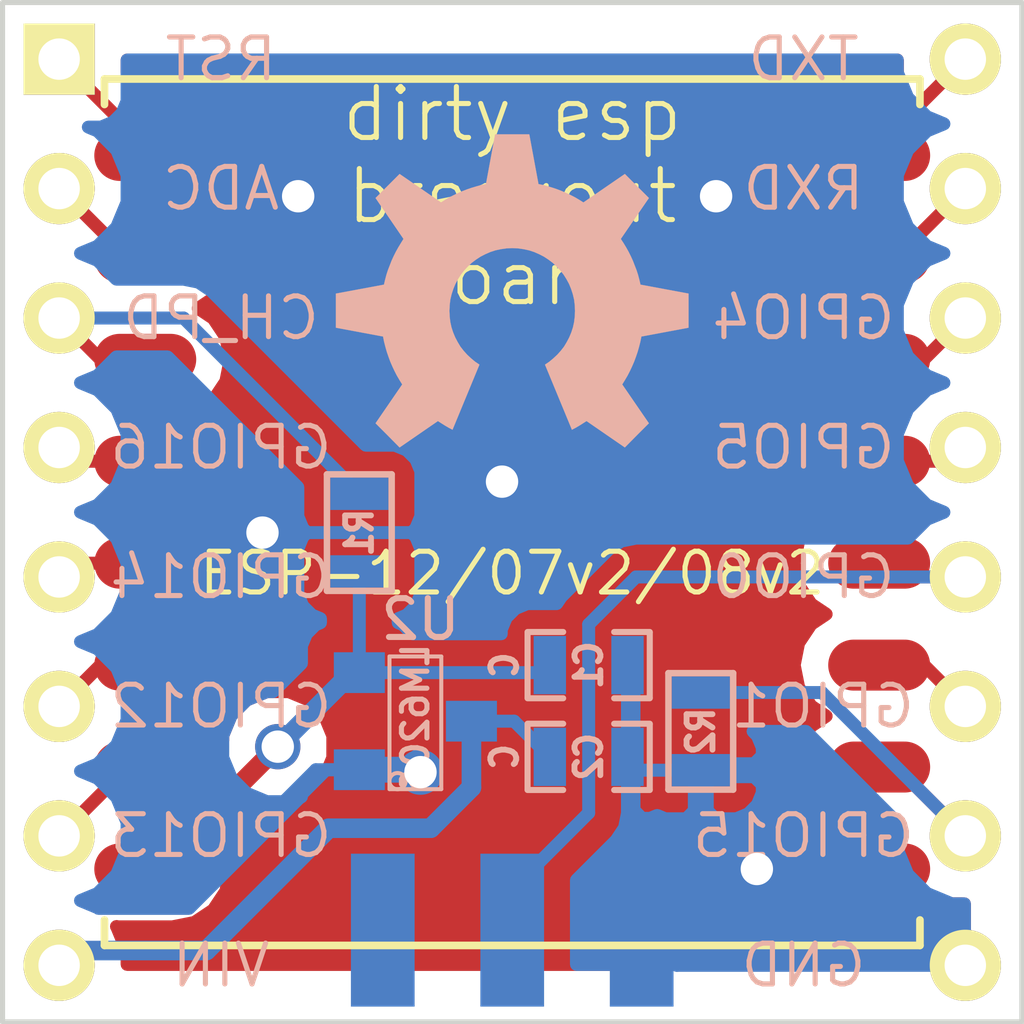
<source format=kicad_pcb>
(kicad_pcb (version 3) (host pcbnew "(25-Oct-2014 BZR 4029)-stable")

  (general
    (links 28)
    (no_connects 0)
    (area -10.131829 -10.131829 10.050001 12.02397)
    (thickness 1.6)
    (drawings 21)
    (tracks 94)
    (zones 0)
    (modules 10)
    (nets 18)
  )

  (page A3)
  (layers
    (15 F.Cu signal)
    (0 B.Cu signal)
    (16 B.Adhes user)
    (17 F.Adhes user)
    (18 B.Paste user)
    (19 F.Paste user)
    (20 B.SilkS user)
    (21 F.SilkS user)
    (22 B.Mask user)
    (23 F.Mask user)
    (24 Dwgs.User user)
    (25 Cmts.User user)
    (26 Eco1.User user)
    (27 Eco2.User user)
    (28 Edge.Cuts user)
  )

  (setup
    (last_trace_width 0.254)
    (trace_clearance 0.254)
    (zone_clearance 0.508)
    (zone_45_only no)
    (trace_min 0.254)
    (segment_width 0.2)
    (edge_width 0.1)
    (via_size 0.889)
    (via_drill 0.635)
    (via_min_size 0.889)
    (via_min_drill 0.508)
    (uvia_size 0.508)
    (uvia_drill 0.127)
    (uvias_allowed no)
    (uvia_min_size 0.508)
    (uvia_min_drill 0.127)
    (pcb_text_width 0.3)
    (pcb_text_size 1.5 1.5)
    (mod_edge_width 0.15)
    (mod_text_size 1 1)
    (mod_text_width 0.15)
    (pad_size 1.25 3)
    (pad_drill 0)
    (pad_to_mask_clearance 0)
    (aux_axis_origin 0 0)
    (visible_elements FFFFFFBF)
    (pcbplotparams
      (layerselection 284196865)
      (usegerberextensions true)
      (excludeedgelayer true)
      (linewidth 0.150000)
      (plotframeref false)
      (viasonmask false)
      (mode 1)
      (useauxorigin false)
      (hpglpennumber 1)
      (hpglpenspeed 20)
      (hpglpendiameter 15)
      (hpglpenoverlay 2)
      (psnegative false)
      (psa4output false)
      (plotreference true)
      (plotvalue true)
      (plotothertext true)
      (plotinvisibletext false)
      (padsonsilk false)
      (subtractmaskfromsilk false)
      (outputformat 1)
      (mirror false)
      (drillshape 0)
      (scaleselection 1)
      (outputdirectory gerb/))
  )

  (net 0 "")
  (net 1 3V3)
  (net 2 GND)
  (net 3 N-000001)
  (net 4 N-0000012)
  (net 5 N-0000013)
  (net 6 N-0000014)
  (net 7 N-0000015)
  (net 8 N-0000016)
  (net 9 N-0000017)
  (net 10 N-0000018)
  (net 11 N-000004)
  (net 12 N-000005)
  (net 13 N-000006)
  (net 14 N-000007)
  (net 15 N-000008)
  (net 16 N-000009)
  (net 17 VCC)

  (net_class Default "This is the default net class."
    (clearance 0.254)
    (trace_width 0.254)
    (via_dia 0.889)
    (via_drill 0.635)
    (uvia_dia 0.508)
    (uvia_drill 0.127)
    (add_net "")
    (add_net N-000001)
    (add_net N-0000012)
    (add_net N-0000013)
    (add_net N-0000014)
    (add_net N-0000015)
    (add_net N-0000016)
    (add_net N-0000017)
    (add_net N-0000018)
    (add_net N-000004)
    (add_net N-000005)
    (add_net N-000006)
    (add_net N-000007)
    (add_net N-000008)
    (add_net N-000009)
  )

  (net_class power ""
    (clearance 0.254)
    (trace_width 0.384)
    (via_dia 0.889)
    (via_drill 0.635)
    (uvia_dia 0.508)
    (uvia_drill 0.127)
    (add_net 3V3)
    (add_net GND)
    (add_net VCC)
  )

  (module SIL-3 (layer B.Cu) (tedit 55199EE4) (tstamp 55198ED2)
    (at 0 8.2)
    (descr "Connecteur 3 pins")
    (tags "CONN DEV")
    (path /55198EAB)
    (fp_text reference SW1 (at 0 2.54) (layer B.SilkS) hide
      (effects (font (size 1.7907 1.07696) (thickness 0.26924)) (justify mirror))
    )
    (fp_text value SWITCH_INV (at 0 2.54) (layer B.SilkS) hide
      (effects (font (size 1.524 1.016) (thickness 0.3048)) (justify mirror))
    )
    (pad 1 smd rect (at -2.54 0) (size 1.25 3)
      (layers B.Cu B.Paste B.Mask)
    )
    (pad 2 smd rect (at 0 0) (size 1.25 3)
      (layers B.Cu B.Paste B.Mask)
      (net 14 N-000007)
    )
    (pad 3 smd rect (at 2.54 0) (size 1.25 3)
      (layers B.Cu B.Paste B.Mask)
      (net 2 GND)
      (zone_connect 2)
    )
  )

  (module SOT23 (layer B.Cu) (tedit 5051A6D7) (tstamp 55198A07)
    (at -1.9 4.1 90)
    (tags SOT23)
    (path /55198B03)
    (fp_text reference U2 (at 1.99898 0.09906 360) (layer B.SilkS)
      (effects (font (size 0.762 0.762) (thickness 0.11938)) (justify mirror))
    )
    (fp_text value LM6206 (at 0.0635 0 90) (layer B.SilkS)
      (effects (font (size 0.50038 0.50038) (thickness 0.09906)) (justify mirror))
    )
    (fp_circle (center -1.17602 -0.35052) (end -1.30048 -0.44958) (layer B.SilkS) (width 0.07874))
    (fp_line (start 1.27 0.508) (end 1.27 -0.508) (layer B.SilkS) (width 0.07874))
    (fp_line (start -1.3335 0.508) (end -1.3335 -0.508) (layer B.SilkS) (width 0.07874))
    (fp_line (start 1.27 -0.508) (end -1.3335 -0.508) (layer B.SilkS) (width 0.07874))
    (fp_line (start -1.3335 0.508) (end 1.27 0.508) (layer B.SilkS) (width 0.07874))
    (pad 3 smd rect (at 0 1.09982 90) (size 0.8001 1.00076)
      (layers B.Cu B.Paste B.Mask)
      (net 17 VCC)
    )
    (pad 2 smd rect (at 0.9525 -1.09982 90) (size 0.8001 1.00076)
      (layers B.Cu B.Paste B.Mask)
      (net 1 3V3)
    )
    (pad 1 smd rect (at -0.9525 -1.09982 90) (size 0.8001 1.00076)
      (layers B.Cu B.Paste B.Mask)
      (net 2 GND)
    )
    (model smd\SOT23_3.wrl
      (at (xyz 0 0 0))
      (scale (xyz 0.4 0.4 0.4))
      (rotate (xyz 0 0 180))
    )
  )

  (module SIL-8 (layer F.Cu) (tedit 55188192) (tstamp 551880C4)
    (at -8.89 0 270)
    (descr "Connecteur 8 pins")
    (tags "CONN DEV")
    (path /55187FB9)
    (fp_text reference P1 (at -6.35 -2.54 270) (layer F.SilkS) hide
      (effects (font (size 1.72974 1.08712) (thickness 0.27178)))
    )
    (fp_text value CONN_8 (at 5.08 -2.54 270) (layer F.SilkS) hide
      (effects (font (size 1.524 1.016) (thickness 0.254)))
    )
    (pad 1 thru_hole rect (at -8.89 0 270) (size 1.397 1.397) (drill 0.8128)
      (layers *.Cu *.Mask F.SilkS)
      (net 10 N-0000018)
    )
    (pad 2 thru_hole circle (at -6.35 0 270) (size 1.397 1.397) (drill 0.8128)
      (layers *.Cu *.Mask F.SilkS)
      (net 9 N-0000017)
    )
    (pad 3 thru_hole circle (at -3.81 0 270) (size 1.397 1.397) (drill 0.8128)
      (layers *.Cu *.Mask F.SilkS)
      (net 8 N-0000016)
    )
    (pad 4 thru_hole circle (at -1.27 0 270) (size 1.397 1.397) (drill 0.8128)
      (layers *.Cu *.Mask F.SilkS)
      (net 7 N-0000015)
    )
    (pad 5 thru_hole circle (at 1.27 0 270) (size 1.397 1.397) (drill 0.8128)
      (layers *.Cu *.Mask F.SilkS)
      (net 6 N-0000014)
    )
    (pad 6 thru_hole circle (at 3.81 0 270) (size 1.397 1.397) (drill 0.8128)
      (layers *.Cu *.Mask F.SilkS)
      (net 5 N-0000013)
    )
    (pad 7 thru_hole circle (at 6.35 0 270) (size 1.397 1.397) (drill 0.8128)
      (layers *.Cu *.Mask F.SilkS)
      (net 4 N-0000012)
    )
    (pad 8 thru_hole circle (at 8.89 0 270) (size 1.397 1.397) (drill 0.8128)
      (layers *.Cu *.Mask F.SilkS)
      (net 17 VCC)
    )
  )

  (module SIL-8 (layer F.Cu) (tedit 55199D54) (tstamp 551880B3)
    (at 8.89 0 90)
    (descr "Connecteur 8 pins")
    (tags "CONN DEV")
    (path /55187FAC)
    (fp_text reference P2 (at -6.35 -2.54 90) (layer F.SilkS) hide
      (effects (font (size 1.72974 1.08712) (thickness 0.27178)))
    )
    (fp_text value CONN_8 (at 5.08 -2.54 90) (layer F.SilkS) hide
      (effects (font (size 1.524 1.016) (thickness 0.254)))
    )
    (pad 1 thru_hole circle (at -8.89 0 90) (size 1.397 1.397) (drill 0.8128)
      (layers *.Cu *.Mask F.SilkS)
      (net 2 GND)
      (zone_connect 2)
    )
    (pad 2 thru_hole circle (at -6.35 0 90) (size 1.397 1.397) (drill 0.8128)
      (layers *.Cu *.Mask F.SilkS)
      (net 16 N-000009)
    )
    (pad 3 thru_hole circle (at -3.81 0 90) (size 1.397 1.397) (drill 0.8128)
      (layers *.Cu *.Mask F.SilkS)
      (net 15 N-000008)
    )
    (pad 4 thru_hole circle (at -1.27 0 90) (size 1.397 1.397) (drill 0.8128)
      (layers *.Cu *.Mask F.SilkS)
      (net 14 N-000007)
    )
    (pad 5 thru_hole circle (at 1.27 0 90) (size 1.397 1.397) (drill 0.8128)
      (layers *.Cu *.Mask F.SilkS)
      (net 13 N-000006)
    )
    (pad 6 thru_hole circle (at 3.81 0 90) (size 1.397 1.397) (drill 0.8128)
      (layers *.Cu *.Mask F.SilkS)
      (net 12 N-000005)
    )
    (pad 7 thru_hole circle (at 6.35 0 90) (size 1.397 1.397) (drill 0.8128)
      (layers *.Cu *.Mask F.SilkS)
      (net 11 N-000004)
    )
    (pad 8 thru_hole circle (at 8.89 0 90) (size 1.397 1.397) (drill 0.8128)
      (layers *.Cu *.Mask F.SilkS)
      (net 3 N-000001)
    )
  )

  (module ESP-08v2 (layer F.Cu) (tedit 5519A2C5) (tstamp 551880DE)
    (at 0 0)
    (path /55187FC6)
    (fp_text reference U1 (at 0 3) (layer F.SilkS) hide
      (effects (font (size 1 1) (thickness 0.15)))
    )
    (fp_text value ESP-12/07v2/08v2 (at 0 1.2) (layer F.SilkS)
      (effects (font (size 0.8 0.8) (thickness 0.1)))
    )
    (fp_line (start -8 -8) (end -8 -8.5) (layer F.SilkS) (width 0.15))
    (fp_line (start -8 -8.5) (end 8 -8.5) (layer F.SilkS) (width 0.15))
    (fp_line (start 8 -8.5) (end 8 -8) (layer F.SilkS) (width 0.15))
    (fp_line (start -8 8) (end -8 8.5) (layer F.SilkS) (width 0.15))
    (fp_line (start -8 8.5) (end 8 8.5) (layer F.SilkS) (width 0.15))
    (fp_line (start 8 8.5) (end 8 8) (layer F.SilkS) (width 0.15))
    (pad 1 smd oval (at -7.2 -7) (size 2 1)
      (layers F.Cu F.Paste F.Mask)
      (net 10 N-0000018)
    )
    (pad 2 smd oval (at -7.2 -5) (size 2 1)
      (layers F.Cu F.Paste F.Mask)
      (net 9 N-0000017)
    )
    (pad 3 smd oval (at -7.2 -3) (size 2 1)
      (layers F.Cu F.Paste F.Mask)
      (net 8 N-0000016)
    )
    (pad 4 smd oval (at -7.2 -1) (size 2 1)
      (layers F.Cu F.Paste F.Mask)
      (net 7 N-0000015)
    )
    (pad 5 smd oval (at -7.2 1) (size 2 1)
      (layers F.Cu F.Paste F.Mask)
      (net 6 N-0000014)
    )
    (pad 6 smd oval (at -7.2 3) (size 2 1)
      (layers F.Cu F.Paste F.Mask)
      (net 5 N-0000013)
    )
    (pad 7 smd oval (at -7.2 5) (size 2 1)
      (layers F.Cu F.Paste F.Mask)
      (net 4 N-0000012)
    )
    (pad 8 smd oval (at -7.2 7) (size 2 1)
      (layers F.Cu F.Paste F.Mask)
      (net 1 3V3)
    )
    (pad 9 smd oval (at 7.2 7) (size 2 1)
      (layers F.Cu F.Paste F.Mask)
      (net 2 GND)
    )
    (pad 10 smd oval (at 7.2 5) (size 2 1)
      (layers F.Cu F.Paste F.Mask)
      (net 16 N-000009)
    )
    (pad 11 smd oval (at 7.2 3) (size 2 1)
      (layers F.Cu F.Paste F.Mask)
      (net 15 N-000008)
    )
    (pad 12 smd oval (at 7.2 1) (size 2 1)
      (layers F.Cu F.Paste F.Mask)
      (net 14 N-000007)
    )
    (pad 13 smd oval (at 7.2 -1) (size 2 1)
      (layers F.Cu F.Paste F.Mask)
      (net 13 N-000006)
    )
    (pad 14 smd oval (at 7.2 -3) (size 2 1)
      (layers F.Cu F.Paste F.Mask)
      (net 12 N-000005)
    )
    (pad 15 smd oval (at 7.2 -5) (size 2 1)
      (layers F.Cu F.Paste F.Mask)
      (net 11 N-000004)
    )
    (pad 16 smd oval (at 7.2 -7) (size 2 1)
      (layers F.Cu F.Paste F.Mask)
      (net 3 N-000001)
    )
  )

  (module SM0603_Capa (layer B.Cu) (tedit 5051B1EC) (tstamp 55198D70)
    (at 1.5 4.8)
    (path /551982ED)
    (attr smd)
    (fp_text reference C2 (at 0 0 270) (layer B.SilkS)
      (effects (font (size 0.508 0.4572) (thickness 0.1143)) (justify mirror))
    )
    (fp_text value C (at -1.651 0 270) (layer B.SilkS)
      (effects (font (size 0.508 0.4572) (thickness 0.1143)) (justify mirror))
    )
    (fp_line (start 0.50038 -0.65024) (end 1.19888 -0.65024) (layer B.SilkS) (width 0.11938))
    (fp_line (start -0.50038 -0.65024) (end -1.19888 -0.65024) (layer B.SilkS) (width 0.11938))
    (fp_line (start 0.50038 0.65024) (end 1.19888 0.65024) (layer B.SilkS) (width 0.11938))
    (fp_line (start -1.19888 0.65024) (end -0.50038 0.65024) (layer B.SilkS) (width 0.11938))
    (fp_line (start 1.19888 0.635) (end 1.19888 -0.635) (layer B.SilkS) (width 0.11938))
    (fp_line (start -1.19888 -0.635) (end -1.19888 0.635) (layer B.SilkS) (width 0.11938))
    (pad 1 smd rect (at -0.762 0) (size 0.635 1.143)
      (layers B.Cu B.Paste B.Mask)
      (net 17 VCC)
    )
    (pad 2 smd rect (at 0.762 0) (size 0.635 1.143)
      (layers B.Cu B.Paste B.Mask)
      (net 2 GND)
    )
    (model smd\capacitors\C0603.wrl
      (at (xyz 0 0 0.001))
      (scale (xyz 0.5 0.5 0.5))
      (rotate (xyz 0 0 0))
    )
  )

  (module SM0603_Capa (layer B.Cu) (tedit 5051B1EC) (tstamp 55198D7C)
    (at 1.5 3)
    (path /55198306)
    (attr smd)
    (fp_text reference C1 (at 0 0 270) (layer B.SilkS)
      (effects (font (size 0.508 0.4572) (thickness 0.1143)) (justify mirror))
    )
    (fp_text value C (at -1.651 0 270) (layer B.SilkS)
      (effects (font (size 0.508 0.4572) (thickness 0.1143)) (justify mirror))
    )
    (fp_line (start 0.50038 -0.65024) (end 1.19888 -0.65024) (layer B.SilkS) (width 0.11938))
    (fp_line (start -0.50038 -0.65024) (end -1.19888 -0.65024) (layer B.SilkS) (width 0.11938))
    (fp_line (start 0.50038 0.65024) (end 1.19888 0.65024) (layer B.SilkS) (width 0.11938))
    (fp_line (start -1.19888 0.65024) (end -0.50038 0.65024) (layer B.SilkS) (width 0.11938))
    (fp_line (start 1.19888 0.635) (end 1.19888 -0.635) (layer B.SilkS) (width 0.11938))
    (fp_line (start -1.19888 -0.635) (end -1.19888 0.635) (layer B.SilkS) (width 0.11938))
    (pad 1 smd rect (at -0.762 0) (size 0.635 1.143)
      (layers B.Cu B.Paste B.Mask)
      (net 1 3V3)
    )
    (pad 2 smd rect (at 0.762 0) (size 0.635 1.143)
      (layers B.Cu B.Paste B.Mask)
      (net 2 GND)
    )
    (model smd\capacitors\C0603.wrl
      (at (xyz 0 0 0.001))
      (scale (xyz 0.5 0.5 0.5))
      (rotate (xyz 0 0 0))
    )
  )

  (module SM0603 (layer B.Cu) (tedit 4E43A3D1) (tstamp 55198D86)
    (at -3 0.4 270)
    (path /5519871D)
    (attr smd)
    (fp_text reference R1 (at 0 0 270) (layer B.SilkS)
      (effects (font (size 0.508 0.4572) (thickness 0.1143)) (justify mirror))
    )
    (fp_text value R (at 0 0 270) (layer B.SilkS) hide
      (effects (font (size 0.508 0.4572) (thickness 0.1143)) (justify mirror))
    )
    (fp_line (start -1.143 0.635) (end 1.143 0.635) (layer B.SilkS) (width 0.127))
    (fp_line (start 1.143 0.635) (end 1.143 -0.635) (layer B.SilkS) (width 0.127))
    (fp_line (start 1.143 -0.635) (end -1.143 -0.635) (layer B.SilkS) (width 0.127))
    (fp_line (start -1.143 -0.635) (end -1.143 0.635) (layer B.SilkS) (width 0.127))
    (pad 1 smd rect (at -0.762 0 270) (size 0.635 1.143)
      (layers B.Cu B.Paste B.Mask)
      (net 8 N-0000016)
    )
    (pad 2 smd rect (at 0.762 0 270) (size 0.635 1.143)
      (layers B.Cu B.Paste B.Mask)
      (net 1 3V3)
    )
    (model smd\resistors\R0603.wrl
      (at (xyz 0 0 0.001))
      (scale (xyz 0.5 0.5 0.5))
      (rotate (xyz 0 0 0))
    )
  )

  (module SM0603 (layer B.Cu) (tedit 4E43A3D1) (tstamp 55198D90)
    (at 3.7 4.3 270)
    (path /5519881F)
    (attr smd)
    (fp_text reference R2 (at 0 0 270) (layer B.SilkS)
      (effects (font (size 0.508 0.4572) (thickness 0.1143)) (justify mirror))
    )
    (fp_text value R (at 0 0 270) (layer B.SilkS) hide
      (effects (font (size 0.508 0.4572) (thickness 0.1143)) (justify mirror))
    )
    (fp_line (start -1.143 0.635) (end 1.143 0.635) (layer B.SilkS) (width 0.127))
    (fp_line (start 1.143 0.635) (end 1.143 -0.635) (layer B.SilkS) (width 0.127))
    (fp_line (start 1.143 -0.635) (end -1.143 -0.635) (layer B.SilkS) (width 0.127))
    (fp_line (start -1.143 -0.635) (end -1.143 0.635) (layer B.SilkS) (width 0.127))
    (pad 1 smd rect (at -0.762 0 270) (size 0.635 1.143)
      (layers B.Cu B.Paste B.Mask)
      (net 16 N-000009)
    )
    (pad 2 smd rect (at 0.762 0 270) (size 0.635 1.143)
      (layers B.Cu B.Paste B.Mask)
      (net 2 GND)
    )
    (model smd\resistors\R0603.wrl
      (at (xyz 0 0 0.001))
      (scale (xyz 0.5 0.5 0.5))
      (rotate (xyz 0 0 0))
    )
  )

  (module openhw (layer B.Cu) (tedit 0) (tstamp 551A0146)
    (at 0 -3.8)
    (fp_text reference "" (at 0 0) (layer B.SilkS)
      (effects (font (size 1.524 1.524) (thickness 0.15)) (justify mirror))
    )
    (fp_text value "" (at 0 0) (layer B.SilkS)
      (effects (font (size 1.524 1.524) (thickness 0.15)) (justify mirror))
    )
    (fp_poly (pts (xy -2.51714 -0.66548) (xy -2.51714 -0.66548) (xy -3.45948 -0.49022) (xy -3.45948 -0.15494)
      (xy -3.45948 0.18034) (xy -2.53492 0.35306) (xy -2.5146 0.45466) (xy -2.4892 0.55372)
      (xy -2.46126 0.65278) (xy -2.42824 0.7493) (xy -2.39268 0.84582) (xy -2.35204 0.9398)
      (xy -2.30886 1.03124) (xy -2.26314 1.12014) (xy -2.21234 1.2065) (xy -2.159 1.29286)
      (xy -2.68224 2.05486) (xy -2.44602 2.29108) (xy -2.2098 2.52984) (xy -1.45796 2.01168)
      (xy -1.38684 2.0574) (xy -1.31826 2.10058) (xy -1.2446 2.14376) (xy -1.17094 2.18186)
      (xy -0.64262 0.90424) (xy -0.72898 0.84582) (xy -0.80772 0.77978) (xy -0.88392 0.70866)
      (xy -0.9525 0.63246) (xy -1.016 0.55118) (xy -1.06934 0.46228) (xy -1.1176 0.37084)
      (xy -1.15824 0.27432) (xy -1.19126 0.17272) (xy -1.21412 0.06858) (xy -1.22682 -0.0381)
      (xy -1.2319 -0.14986) (xy -1.22682 -0.26162) (xy -1.21412 -0.37084) (xy -1.18872 -0.47752)
      (xy -1.1557 -0.57912) (xy -1.11506 -0.67818) (xy -1.06426 -0.77216) (xy -1.00838 -0.86106)
      (xy -0.94234 -0.94488) (xy -0.87122 -1.02108) (xy -0.79502 -1.0922) (xy -0.7112 -1.1557)
      (xy -0.6223 -1.21412) (xy -0.52832 -1.26238) (xy -0.42926 -1.30556) (xy -0.32766 -1.33858)
      (xy -0.22098 -1.36144) (xy -0.11176 -1.37668) (xy 0 -1.38176) (xy 0.11176 -1.37668)
      (xy 0.22098 -1.36144) (xy 0.32766 -1.33858) (xy 0.42926 -1.30556) (xy 0.52832 -1.26238)
      (xy 0.6223 -1.21412) (xy 0.7112 -1.1557) (xy 0.79502 -1.0922) (xy 0.87122 -1.02108)
      (xy 0.94234 -0.94488) (xy 1.00838 -0.86106) (xy 1.06426 -0.77216) (xy 1.11506 -0.67818)
      (xy 1.1557 -0.57912) (xy 1.18872 -0.47752) (xy 1.21412 -0.37084) (xy 1.22682 -0.26162)
      (xy 1.2319 -0.14986) (xy 1.22682 -0.0381) (xy 1.21412 0.06858) (xy 1.19126 0.17272)
      (xy 1.15824 0.27432) (xy 1.1176 0.37084) (xy 1.06934 0.46228) (xy 1.016 0.55118)
      (xy 0.9525 0.63246) (xy 0.88392 0.70866) (xy 0.80772 0.77978) (xy 0.72898 0.84582)
      (xy 0.64262 0.90424) (xy 1.17094 2.18186) (xy 1.2446 2.14376) (xy 1.31826 2.10058)
      (xy 1.38684 2.0574) (xy 1.45796 2.01168) (xy 2.2098 2.52984) (xy 2.44602 2.29108)
      (xy 2.68224 2.05486) (xy 2.159 1.29286) (xy 2.21234 1.2065) (xy 2.26314 1.12014)
      (xy 2.30886 1.03124) (xy 2.35204 0.9398) (xy 2.39268 0.84582) (xy 2.42824 0.7493)
      (xy 2.46126 0.65278) (xy 2.4892 0.55372) (xy 2.5146 0.45466) (xy 2.53492 0.35306)
      (xy 3.45948 0.18034) (xy 3.45948 -0.15494) (xy 3.45948 -0.49022) (xy 2.51714 -0.66548)
      (xy 2.49428 -0.762) (xy 2.46888 -0.85852) (xy 2.4384 -0.9525) (xy 2.40284 -1.04394)
      (xy 2.36728 -1.13538) (xy 2.32664 -1.22428) (xy 2.28346 -1.31064) (xy 2.2352 -1.397)
      (xy 2.1844 -1.48082) (xy 2.13106 -1.5621) (xy 2.68224 -2.36474) (xy 2.44602 -2.60096)
      (xy 2.2098 -2.83718) (xy 1.397 -2.27838) (xy 1.31572 -2.32918) (xy 1.23444 -2.37744)
      (xy 1.15062 -2.42062) (xy 1.06426 -2.46126) (xy 0.9779 -2.49936) (xy 0.88646 -2.53492)
      (xy 0.79756 -2.5654) (xy 0.70358 -2.59334) (xy 0.61214 -2.61874) (xy 0.51562 -2.63906)
      (xy 0.51562 -2.63906) (xy 0.33528 -3.61442) (xy 0 -3.61442) (xy -0.33528 -3.61442)
      (xy -0.51562 -2.63906) (xy -0.51562 -2.63906) (xy -0.61214 -2.61874) (xy -0.70358 -2.59334)
      (xy -0.79756 -2.5654) (xy -0.88646 -2.53492) (xy -0.9779 -2.49936) (xy -1.06426 -2.46126)
      (xy -1.15062 -2.42062) (xy -1.23444 -2.37744) (xy -1.31572 -2.32918) (xy -1.397 -2.27838)
      (xy -2.2098 -2.83718) (xy -2.44602 -2.60096) (xy -2.68224 -2.36474) (xy -2.1336 -1.5621)
      (xy -2.1844 -1.48082) (xy -2.2352 -1.397) (xy -2.28346 -1.31064) (xy -2.32664 -1.22428)
      (xy -2.36728 -1.13538) (xy -2.40284 -1.04394) (xy -2.4384 -0.9525) (xy -2.46888 -0.85852)
      (xy -2.49428 -0.762) (xy -2.51714 -0.66548)) (layer B.SilkS) (width 0.00254))
  )

  (gr_text "dirty esp\nbreakout\nboard" (at 0 -6.2) (layer F.SilkS)
    (effects (font (size 1 1) (thickness 0.1)))
  )
  (gr_text GND (at 5.715 8.89) (layer B.SilkS)
    (effects (font (size 0.8 0.8) (thickness 0.1)) (justify mirror))
  )
  (gr_text GPIO15 (at 5.715 6.35) (layer B.SilkS)
    (effects (font (size 0.8 0.8) (thickness 0.1)) (justify mirror))
  )
  (gr_text GPIO1 (at 6.096 3.81) (layer B.SilkS)
    (effects (font (size 0.8 0.8) (thickness 0.1)) (justify mirror))
  )
  (gr_text GPIO0 (at 5.715 1.27) (layer B.SilkS)
    (effects (font (size 0.8 0.8) (thickness 0.1)) (justify mirror))
  )
  (gr_text TXD (at 5.715 -8.89) (layer B.SilkS)
    (effects (font (size 0.8 0.8) (thickness 0.1)) (justify mirror))
  )
  (gr_text RXD (at 5.715 -6.35) (layer B.SilkS)
    (effects (font (size 0.8 0.8) (thickness 0.1)) (justify mirror))
  )
  (gr_text GPIO4 (at 5.715 -3.81) (layer B.SilkS)
    (effects (font (size 0.8 0.8) (thickness 0.1)) (justify mirror))
  )
  (gr_text GPIO5 (at 5.715 -1.27) (layer B.SilkS)
    (effects (font (size 0.8 0.8) (thickness 0.1)) (justify mirror))
  )
  (gr_text VIN (at -5.715 8.89) (layer B.SilkS)
    (effects (font (size 0.8 0.8) (thickness 0.1)) (justify mirror))
  )
  (gr_text GPIO13 (at -5.715 6.35) (layer B.SilkS)
    (effects (font (size 0.8 0.8) (thickness 0.1)) (justify mirror))
  )
  (gr_text RST (at -5.715 -8.89) (layer B.SilkS)
    (effects (font (size 0.8 0.8) (thickness 0.1)) (justify mirror))
  )
  (gr_text ADC (at -5.715 -6.35) (layer B.SilkS)
    (effects (font (size 0.8 0.8) (thickness 0.1)) (justify mirror))
  )
  (gr_text GPIO12 (at -5.715 3.81) (layer B.SilkS)
    (effects (font (size 0.8 0.8) (thickness 0.1)) (justify mirror))
  )
  (gr_text GPIO14 (at -5.715 1.27) (layer B.SilkS)
    (effects (font (size 0.8 0.8) (thickness 0.1)) (justify mirror))
  )
  (gr_text GPIO16 (at -5.715 -1.27) (layer B.SilkS)
    (effects (font (size 0.8 0.8) (thickness 0.1)) (justify mirror))
  )
  (gr_text CH_PD (at -5.715 -3.81) (layer B.SilkS)
    (effects (font (size 0.8 0.8) (thickness 0.1)) (justify mirror))
  )
  (gr_line (start -10 10) (end -10 -10) (angle 90) (layer Edge.Cuts) (width 0.1))
  (gr_line (start 10 10) (end -10 10) (angle 90) (layer Edge.Cuts) (width 0.1))
  (gr_line (start 10 -10) (end 10 10) (angle 90) (layer Edge.Cuts) (width 0.1))
  (gr_line (start -10 -10) (end 10 -10) (angle 90) (layer Edge.Cuts) (width 0.1))

  (segment (start -2.99982 3.1475) (end -3.1475 3.1475) (width 0.384) (layer B.Cu) (net 1))
  (segment (start -7 7) (end -7.2 7) (width 0.384) (layer F.Cu) (net 1) (tstamp 5519A106))
  (segment (start -4.6 4.6) (end -7 7) (width 0.384) (layer F.Cu) (net 1) (tstamp 5519A105))
  (via (at -4.6 4.6) (size 0.889) (layers F.Cu B.Cu) (net 1))
  (segment (start -3.1475 3.1475) (end -4.6 4.6) (width 0.384) (layer B.Cu) (net 1) (tstamp 5519A100))
  (segment (start -2.99982 3.1475) (end 0.5905 3.1475) (width 0.254) (layer B.Cu) (net 1))
  (segment (start 0.5905 3.1475) (end 0.738 3) (width 0.254) (layer B.Cu) (net 1) (tstamp 55199752))
  (segment (start -2.99982 3.1475) (end -2.99982 1.16218) (width 0.254) (layer B.Cu) (net 1))
  (segment (start -2.99982 1.16218) (end -3 1.162) (width 0.254) (layer B.Cu) (net 1) (tstamp 551992E3))
  (segment (start -4.9 0.4) (end -6.5 2) (width 0.254) (layer B.Cu) (net 2))
  (segment (start -6.5 2) (end -6.5 4.55) (width 0.254) (layer B.Cu) (net 2) (tstamp 5519A17A))
  (segment (start -6.5 4.55) (end -5.2 5.85) (width 0.254) (layer B.Cu) (net 2) (tstamp 5519A17B))
  (segment (start -5.2 5.85) (end -4.45 5.85) (width 0.254) (layer B.Cu) (net 2) (tstamp 5519A17D))
  (segment (start -4.45 5.85) (end -3.6525 5.0525) (width 0.254) (layer B.Cu) (net 2) (tstamp 5519A17E))
  (segment (start -3.6525 5.0525) (end -2.99982 5.0525) (width 0.254) (layer B.Cu) (net 2) (tstamp 5519A17F))
  (segment (start -2.99982 5.0525) (end -1.8475 5.0525) (width 0.384) (layer B.Cu) (net 2))
  (segment (start -1.8475 5.0525) (end -1.8 5.1) (width 0.384) (layer B.Cu) (net 2) (tstamp 5519A175))
  (segment (start -3.8525 5.0525) (end -4.65 5.85) (width 0.254) (layer B.Cu) (net 2) (tstamp 5519992C))
  (segment (start -2.99982 5.0525) (end -3.8525 5.0525) (width 0.254) (layer B.Cu) (net 2))
  (segment (start -6.5 4.55) (end -6.5 2) (width 0.254) (layer B.Cu) (net 2) (tstamp 55199930))
  (segment (start -5.2 5.85) (end -6.5 4.55) (width 0.254) (layer B.Cu) (net 2) (tstamp 5519992F))
  (segment (start -4.65 5.85) (end -5.2 5.85) (width 0.254) (layer B.Cu) (net 2) (tstamp 5519992E))
  (segment (start 2.262 4.8) (end 2.262 7.922) (width 0.254) (layer B.Cu) (net 2))
  (segment (start 2.262 7.922) (end 2.54 8.2) (width 0.254) (layer B.Cu) (net 2) (tstamp 55199F0C))
  (via (at 4.8 7) (size 0.889) (layers F.Cu B.Cu) (net 2))
  (via (at -4.9 0.4) (size 0.889) (layers F.Cu B.Cu) (net 2))
  (segment (start -4.9 0.4) (end -5 0.4) (width 0.254) (layer F.Cu) (net 2) (tstamp 55199E89))
  (segment (start -4.9 0.4) (end -1.2 0.4) (width 0.254) (layer B.Cu) (net 2))
  (via (at -4.2 -6.2) (size 0.889) (layers F.Cu B.Cu) (net 2))
  (segment (start 4 -6.2) (end -4.2 -6.2) (width 0.254) (layer B.Cu) (net 2) (tstamp 55199CFE))
  (via (at 4 -6.2) (size 0.889) (layers F.Cu B.Cu) (net 2))
  (segment (start 4 -4.8) (end 4 -6.2) (width 0.254) (layer F.Cu) (net 2) (tstamp 55199CFB))
  (segment (start -0.2 -0.6) (end 4 -4.8) (width 0.254) (layer F.Cu) (net 2) (tstamp 55199CFA))
  (via (at -0.2 -0.6) (size 0.889) (layers F.Cu B.Cu) (net 2))
  (segment (start -1.2 0.4) (end -0.2 -0.6) (width 0.254) (layer B.Cu) (net 2) (tstamp 55199CF5))
  (segment (start 0.1 7) (end 4.8 7) (width 0.254) (layer F.Cu) (net 2) (tstamp 55199856))
  (segment (start 4.8 7) (end 7.2 7) (width 0.254) (layer F.Cu) (net 2) (tstamp 55199EBC))
  (segment (start -1.8 5.1) (end 0.1 7) (width 0.254) (layer F.Cu) (net 2) (tstamp 55199855))
  (via (at -1.8 5.1) (size 0.889) (layers F.Cu B.Cu) (net 2))
  (segment (start -1.8475 5.0525) (end -1.8 5.1) (width 0.254) (layer B.Cu) (net 2) (tstamp 55199850))
  (segment (start 3.7 5.062) (end 2.524 5.062) (width 0.254) (layer B.Cu) (net 2))
  (segment (start 2.524 5.062) (end 2.262 4.8) (width 0.254) (layer B.Cu) (net 2) (tstamp 5519973F))
  (segment (start 2.262 4.8) (end 2.262 3) (width 0.254) (layer B.Cu) (net 2) (tstamp 55199740))
  (segment (start 3.7 5.062) (end 5.062 5.062) (width 0.254) (layer B.Cu) (net 2))
  (segment (start 5.062 5.062) (end 8.89 8.89) (width 0.254) (layer B.Cu) (net 2) (tstamp 5519972B))
  (segment (start 8.89 8.89) (end 3.23 8.89) (width 0.254) (layer B.Cu) (net 2))
  (segment (start 3.23 8.89) (end 2.54 8.2) (width 0.254) (layer B.Cu) (net 2) (tstamp 55199108))
  (segment (start 7.2 7) (end 7.2 7.2) (width 0.254) (layer F.Cu) (net 2))
  (segment (start 7.2 7.2) (end 8.89 8.89) (width 0.254) (layer F.Cu) (net 2) (tstamp 5518813D))
  (segment (start 7.2 -7) (end 7.2 -7.2) (width 0.254) (layer F.Cu) (net 3))
  (segment (start 7.2 -7.2) (end 8.89 -8.89) (width 0.254) (layer F.Cu) (net 3) (tstamp 5518812D))
  (segment (start -7.2 5) (end -7.54 5) (width 0.254) (layer F.Cu) (net 4))
  (segment (start -7.54 5) (end -8.89 6.35) (width 0.254) (layer F.Cu) (net 4) (tstamp 55188129))
  (segment (start -7.2 3) (end -8.08 3) (width 0.254) (layer F.Cu) (net 5))
  (segment (start -8.08 3) (end -8.89 3.81) (width 0.254) (layer F.Cu) (net 5) (tstamp 55188127))
  (segment (start -7.2 1) (end -8.62 1) (width 0.254) (layer F.Cu) (net 6))
  (segment (start -8.62 1) (end -8.89 1.27) (width 0.254) (layer F.Cu) (net 6) (tstamp 55188125))
  (segment (start -7.2 -1) (end -8.62 -1) (width 0.254) (layer F.Cu) (net 7))
  (segment (start -8.62 -1) (end -8.89 -1.27) (width 0.254) (layer F.Cu) (net 7) (tstamp 55188122))
  (segment (start -8.89 -3.81) (end -6.448 -3.81) (width 0.254) (layer B.Cu) (net 8))
  (segment (start -6.448 -3.81) (end -3 -0.362) (width 0.254) (layer B.Cu) (net 8) (tstamp 551992E5))
  (segment (start -7.2 -3) (end -8.08 -3) (width 0.254) (layer F.Cu) (net 8))
  (segment (start -8.08 -3) (end -8.89 -3.81) (width 0.254) (layer F.Cu) (net 8) (tstamp 55188120))
  (segment (start -7.2 -5) (end -7.54 -5) (width 0.254) (layer F.Cu) (net 9))
  (segment (start -7.54 -5) (end -8.89 -6.35) (width 0.254) (layer F.Cu) (net 9) (tstamp 5518811E))
  (segment (start -7.2 -7) (end -7.2 -7.2) (width 0.254) (layer F.Cu) (net 10))
  (segment (start -7.2 -7.2) (end -8.89 -8.89) (width 0.254) (layer F.Cu) (net 10) (tstamp 5518811B))
  (segment (start 7.2 -5) (end 7.54 -5) (width 0.254) (layer F.Cu) (net 11))
  (segment (start 7.54 -5) (end 8.89 -6.35) (width 0.254) (layer F.Cu) (net 11) (tstamp 55188131))
  (segment (start 7.2 -3) (end 8.08 -3) (width 0.254) (layer F.Cu) (net 12))
  (segment (start 8.08 -3) (end 8.89 -3.81) (width 0.254) (layer F.Cu) (net 12) (tstamp 55188133))
  (segment (start 7.2 -1) (end 8.62 -1) (width 0.254) (layer F.Cu) (net 13))
  (segment (start 8.62 -1) (end 8.89 -1.27) (width 0.254) (layer F.Cu) (net 13) (tstamp 55188135))
  (segment (start 8.89 1.27) (end 7.47 1.27) (width 0.254) (layer F.Cu) (net 14))
  (segment (start 7.47 1.27) (end 7.2 1) (width 0.254) (layer F.Cu) (net 14) (tstamp 55199F01))
  (segment (start 0 8.2) (end 0 7.4) (width 0.254) (layer B.Cu) (net 14))
  (segment (start 2.43 1.27) (end 8.89 1.27) (width 0.254) (layer B.Cu) (net 14) (tstamp 55199765))
  (segment (start 1.5 2.2) (end 2.43 1.27) (width 0.254) (layer B.Cu) (net 14) (tstamp 55199763))
  (segment (start 1.5 5.9) (end 1.5 2.2) (width 0.254) (layer B.Cu) (net 14) (tstamp 5519975F))
  (segment (start 0 7.4) (end 1.5 5.9) (width 0.254) (layer B.Cu) (net 14) (tstamp 5519975D))
  (segment (start 7.2 3) (end 8.08 3) (width 0.254) (layer F.Cu) (net 15))
  (segment (start 8.08 3) (end 8.89 3.81) (width 0.254) (layer F.Cu) (net 15) (tstamp 55188139))
  (segment (start 3.7 3.538) (end 6.078 3.538) (width 0.254) (layer B.Cu) (net 16))
  (segment (start 6.078 3.538) (end 8.89 6.35) (width 0.254) (layer B.Cu) (net 16) (tstamp 55199736))
  (segment (start 7.2 5) (end 7.54 5) (width 0.254) (layer F.Cu) (net 16))
  (segment (start 7.54 5) (end 8.89 6.35) (width 0.254) (layer F.Cu) (net 16) (tstamp 5518813B))
  (segment (start -0.80018 4.1) (end -0.80018 5.40018) (width 0.384) (layer B.Cu) (net 17))
  (segment (start -8.6 8.6) (end -8.89 8.89) (width 0.384) (layer B.Cu) (net 17) (tstamp 5519A12F))
  (segment (start -6 8.6) (end -8.6 8.6) (width 0.384) (layer B.Cu) (net 17) (tstamp 5519A12D))
  (segment (start -3.6 6.2) (end -6 8.6) (width 0.384) (layer B.Cu) (net 17) (tstamp 5519A127))
  (segment (start -1.6 6.2) (end -3.6 6.2) (width 0.384) (layer B.Cu) (net 17) (tstamp 5519A126))
  (segment (start -0.80018 5.40018) (end -1.6 6.2) (width 0.384) (layer B.Cu) (net 17) (tstamp 5519A121))
  (segment (start -0.80018 4.1) (end 0.038 4.1) (width 0.254) (layer B.Cu) (net 17))
  (segment (start 0.038 4.1) (end 0.738 4.8) (width 0.254) (layer B.Cu) (net 17) (tstamp 5519974A))

  (zone (net 2) (net_name GND) (layer B.Cu) (tstamp 55188240) (hatch edge 0.508)
    (connect_pads (clearance 0.508))
    (min_thickness 0.254)
    (fill (arc_segments 16) (thermal_gap 0.508) (thermal_bridge_width 0.508))
    (polygon
      (pts
        (xy -9 -9) (xy 9 -9) (xy 9 9) (xy -9 9)
      )
    )
    (filled_polygon
      (pts
        (xy -3.76182 2.168477) (xy -3.859429 2.208809) (xy -4.038213 2.387282) (xy -4.135089 2.620586) (xy -4.13531 2.873205)
        (xy -4.13531 2.965756) (xy -4.689975 3.52042) (xy -4.813784 3.520313) (xy -5.210689 3.684311) (xy -5.514622 3.987714)
        (xy -5.679313 4.384332) (xy -5.679687 4.813784) (xy -5.515689 5.210689) (xy -5.212286 5.514622) (xy -4.815668 5.679313)
        (xy -4.386216 5.679687) (xy -4.135309 5.576014) (xy -4.13531 5.578305) (xy -4.134059 5.581333) (xy -4.184778 5.615223)
        (xy -6.342555 7.773) (xy -8.120844 7.773) (xy -8.133647 7.760174) (xy -8.471449 7.619906) (xy -8.13562 7.481145)
        (xy -7.760174 7.106353) (xy -7.556733 6.616413) (xy -7.55627 6.085914) (xy -7.758855 5.59562) (xy -8.133647 5.220174)
        (xy -8.471449 5.079906) (xy -8.13562 4.941145) (xy -7.760174 4.566353) (xy -7.556733 4.076413) (xy -7.55627 3.545914)
        (xy -7.758855 3.05562) (xy -8.133647 2.680174) (xy -8.471449 2.539906) (xy -8.13562 2.401145) (xy -7.760174 2.026353)
        (xy -7.556733 1.536413) (xy -7.55627 1.005914) (xy -7.758855 0.51562) (xy -8.133647 0.140174) (xy -8.471449 -0.000094)
        (xy -8.13562 -0.138855) (xy -7.760174 -0.513647) (xy -7.556733 -1.003587) (xy -7.55627 -1.534086) (xy -7.758855 -2.02438)
        (xy -8.133647 -2.399826) (xy -8.471449 -2.540094) (xy -8.13562 -2.678855) (xy -7.765831 -3.048) (xy -6.763631 -3.048)
        (xy -4.20661 -0.490979) (xy -4.20661 0.081255) (xy -4.110141 0.314729) (xy -4.025027 0.399992) (xy -4.109513 0.484332)
        (xy -4.206389 0.717636) (xy -4.20661 0.970255) (xy -4.20661 1.605255) (xy -4.110141 1.838729) (xy -3.931668 2.017513)
        (xy -3.76182 2.088039) (xy -3.76182 2.168477)
      )
    )
    (filled_polygon
      (pts
        (xy -1.62718 5.057625) (xy -1.886123 5.316567) (xy -2.02319 5.1795) (xy -2.87282 5.1795) (xy -2.87282 5.1995)
        (xy -3.12682 5.1995) (xy -3.12682 5.1795) (xy -3.14682 5.1795) (xy -3.14682 4.9255) (xy -3.12682 4.9255)
        (xy -3.12682 4.9055) (xy -2.87282 4.9055) (xy -2.87282 4.9255) (xy -2.02319 4.9255) (xy -1.873635 4.775944)
        (xy -1.839201 4.859279) (xy -1.660728 5.038063) (xy -1.62718 5.051993) (xy -1.62718 5.057625)
      )
    )
    (filled_polygon
      (pts
        (xy 8.471448 0.000093) (xy 8.13562 0.138855) (xy 7.76583 0.508) (xy 2.43 0.508) (xy 2.138395 0.566004)
        (xy 1.891184 0.731185) (xy 0.961185 1.661185) (xy 0.872848 1.79339) (xy 0.294745 1.79339) (xy 0.061271 1.889859)
        (xy -0.117513 2.068332) (xy -0.214389 2.301636) (xy -0.214463 2.3855) (xy -1.963516 2.3855) (xy -2.139272 2.209437)
        (xy -2.23782 2.168516) (xy -2.23782 2.087783) (xy -2.069271 2.018141) (xy -1.890487 1.839668) (xy -1.793611 1.606364)
        (xy -1.79339 1.353745) (xy -1.79339 0.718745) (xy -1.889859 0.485271) (xy -1.974974 0.400007) (xy -1.890487 0.315668)
        (xy -1.793611 0.082364) (xy -1.79339 -0.170255) (xy -1.79339 -0.805255) (xy -1.889859 -1.038729) (xy -2.068332 -1.217513)
        (xy -2.301636 -1.314389) (xy -2.554255 -1.31461) (xy -2.87498 -1.31461) (xy -5.909185 -4.348815) (xy -6.156395 -4.513996)
        (xy -6.448 -4.572) (xy -7.766462 -4.572) (xy -8.133647 -4.939826) (xy -8.471449 -5.080094) (xy -8.13562 -5.218855)
        (xy -7.760174 -5.593647) (xy -7.556733 -6.083587) (xy -7.55627 -6.614086) (xy -7.758855 -7.10438) (xy -8.133647 -7.479826)
        (xy -8.318034 -7.55639) (xy -8.065745 -7.55639) (xy -7.832271 -7.652859) (xy -7.653487 -7.831332) (xy -7.556611 -8.064636)
        (xy -7.55639 -8.317255) (xy -7.55639 -8.873) (xy 7.556485 -8.873) (xy 7.55627 -8.625914) (xy 7.758855 -8.13562)
        (xy 8.133647 -7.760174) (xy 8.471448 -7.619907) (xy 8.13562 -7.481145) (xy 7.760174 -7.106353) (xy 7.556733 -6.616413)
        (xy 7.55627 -6.085914) (xy 7.758855 -5.59562) (xy 8.133647 -5.220174) (xy 8.471448 -5.079907) (xy 8.13562 -4.941145)
        (xy 7.760174 -4.566353) (xy 7.556733 -4.076413) (xy 7.55627 -3.545914) (xy 7.758855 -3.05562) (xy 8.133647 -2.680174)
        (xy 8.471448 -2.539907) (xy 8.13562 -2.401145) (xy 7.760174 -2.026353) (xy 7.556733 -1.536413) (xy 7.55627 -1.005914)
        (xy 7.758855 -0.51562) (xy 8.133647 -0.140174) (xy 8.471448 0.000093)
      )
    )
    (filled_polygon
      (pts
        (xy 8.873 8.873) (xy 4.90661 8.873) (xy 4.90661 5.505255) (xy 4.9065 5.34775) (xy 4.74775 5.189)
        (xy 3.827 5.189) (xy 3.827 5.85575) (xy 3.98575 6.0145) (xy 4.145745 6.01461) (xy 4.398364 6.014389)
        (xy 4.631668 5.917513) (xy 4.810141 5.738729) (xy 4.90661 5.505255) (xy 4.90661 8.873) (xy 1.26011 8.873)
        (xy 1.26011 7.21752) (xy 2.038815 6.438816) (xy 2.038815 6.438815) (xy 2.203996 6.191605) (xy 2.261999 5.9)
        (xy 2.262 5.9) (xy 2.262 2.853) (xy 2.389 2.853) (xy 2.389 2.873) (xy 2.409 2.873)
        (xy 2.409 3.127) (xy 2.389 3.127) (xy 2.389 3.75225) (xy 2.389 4.04775) (xy 2.389 4.673)
        (xy 2.409 4.673) (xy 2.409 4.927) (xy 2.389 4.927) (xy 2.389 5.84775) (xy 2.54775 6.0065)
        (xy 2.705255 6.00661) (xy 2.844421 5.949107) (xy 3.001636 6.014389) (xy 3.254255 6.01461) (xy 3.41425 6.0145)
        (xy 3.573 5.85575) (xy 3.573 5.189) (xy 3.553 5.189) (xy 3.553 4.935) (xy 3.573 4.935)
        (xy 3.573 4.915) (xy 3.827 4.915) (xy 3.827 4.935) (xy 4.74775 4.935) (xy 4.9065 4.77625)
        (xy 4.90661 4.618745) (xy 4.810141 4.385271) (xy 4.725026 4.300007) (xy 4.725034 4.3) (xy 5.762369 4.3)
        (xy 7.556723 6.094354) (xy 7.55627 6.614086) (xy 7.758855 7.10438) (xy 8.133647 7.479826) (xy 8.623587 7.683267)
        (xy 8.873 7.683484) (xy 8.873 8.873)
      )
    )
  )
  (zone (net 2) (net_name GND) (layer F.Cu) (tstamp 55188250) (hatch edge 0.508)
    (connect_pads (clearance 0.508))
    (min_thickness 0.254)
    (fill (arc_segments 16) (thermal_gap 0.508) (thermal_bridge_width 0.508))
    (polygon
      (pts
        (xy -9 -9) (xy 9 -9) (xy 9 9) (xy -9 9)
      )
    )
    (filled_polygon
      (pts
        (xy 8.873 8.873) (xy 7.073 8.873) (xy 7.073 8.135) (xy 7.073 7.127) (xy 5.732046 7.127)
        (xy 5.605881 7.301874) (xy 5.807632 7.712763) (xy 6.148322 8.000002) (xy 6.573 8.135) (xy 7.073 8.135)
        (xy 7.073 8.873) (xy -7.556486 8.873) (xy -7.55627 8.625914) (xy -7.758855 8.13562) (xy -7.766274 8.128188)
        (xy -7.732031 8.135) (xy -6.667969 8.135) (xy -6.233623 8.048603) (xy -5.865403 7.802566) (xy -5.619366 7.434346)
        (xy -5.532969 7) (xy -5.582324 6.751878) (xy -4.510025 5.679579) (xy -4.386216 5.679687) (xy -3.989311 5.515689)
        (xy -3.685378 5.212286) (xy -3.520687 4.815668) (xy -3.520313 4.386216) (xy -3.684311 3.989311) (xy -3.987714 3.685378)
        (xy -4.384332 3.520687) (xy -4.813784 3.520313) (xy -5.210689 3.684311) (xy -5.514622 3.987714) (xy -5.679313 4.384332)
        (xy -5.679393 4.475817) (xy -5.865403 4.197434) (xy -6.160884 4) (xy -5.865403 3.802566) (xy -5.619366 3.434346)
        (xy -5.532969 3) (xy -5.619366 2.565654) (xy -5.865403 2.197434) (xy -6.160884 2) (xy -5.865403 1.802566)
        (xy -5.619366 1.434346) (xy -5.532969 1) (xy -5.619366 0.565654) (xy -5.865403 0.197434) (xy -6.160884 0)
        (xy -5.865403 -0.197434) (xy -5.619366 -0.565654) (xy -5.532969 -1) (xy -5.619366 -1.434346) (xy -5.865403 -1.802566)
        (xy -6.160884 -2) (xy -5.865403 -2.197434) (xy -5.619366 -2.565654) (xy -5.532969 -3) (xy -5.619366 -3.434346)
        (xy -5.865403 -3.802566) (xy -6.160884 -4) (xy -5.865403 -4.197434) (xy -5.619366 -4.565654) (xy -5.532969 -5)
        (xy -5.619366 -5.434346) (xy -5.865403 -5.802566) (xy -6.160884 -6) (xy -5.865403 -6.197434) (xy -5.619366 -6.565654)
        (xy -5.532969 -7) (xy -5.619366 -7.434346) (xy -5.865403 -7.802566) (xy -6.233623 -8.048603) (xy -6.667969 -8.135)
        (xy -7.05737 -8.135) (xy -7.55639 -8.63402) (xy -7.55639 -8.873) (xy 7.556485 -8.873) (xy 7.556276 -8.633908)
        (xy 7.057369 -8.135) (xy 6.667969 -8.135) (xy 6.233623 -8.048603) (xy 5.865403 -7.802566) (xy 5.619366 -7.434346)
        (xy 5.532969 -7) (xy 5.619366 -6.565654) (xy 5.865403 -6.197434) (xy 6.160883 -6) (xy 5.865403 -5.802566)
        (xy 5.619366 -5.434346) (xy 5.532969 -5) (xy 5.619366 -4.565654) (xy 5.865403 -4.197434) (xy 6.160883 -4)
        (xy 5.865403 -3.802566) (xy 5.619366 -3.434346) (xy 5.532969 -3) (xy 5.619366 -2.565654) (xy 5.865403 -2.197434)
        (xy 6.160883 -2) (xy 5.865403 -1.802566) (xy 5.619366 -1.434346) (xy 5.532969 -1) (xy 5.619366 -0.565654)
        (xy 5.865403 -0.197434) (xy 6.160883 0) (xy 5.865403 0.197434) (xy 5.619366 0.565654) (xy 5.532969 1)
        (xy 5.619366 1.434346) (xy 5.865403 1.802566) (xy 6.160883 2) (xy 5.865403 2.197434) (xy 5.619366 2.565654)
        (xy 5.532969 3) (xy 5.619366 3.434346) (xy 5.865403 3.802566) (xy 6.160883 4) (xy 5.865403 4.197434)
        (xy 5.619366 4.565654) (xy 5.532969 5) (xy 5.619366 5.434346) (xy 5.865403 5.802566) (xy 6.156831 5.997292)
        (xy 6.148322 5.999998) (xy 5.807632 6.287237) (xy 5.605881 6.698126) (xy 5.732046 6.873) (xy 7.073 6.873)
        (xy 7.073 6.853) (xy 7.327 6.853) (xy 7.327 6.873) (xy 7.347 6.873) (xy 7.347 7.127)
        (xy 7.327 7.127) (xy 7.327 8.135) (xy 7.827 8.135) (xy 8.251678 8.000002) (xy 8.592368 7.712763)
        (xy 8.609685 7.677494) (xy 8.623587 7.683267) (xy 8.873 7.683484) (xy 8.873 8.873)
      )
    )
  )
)

</source>
